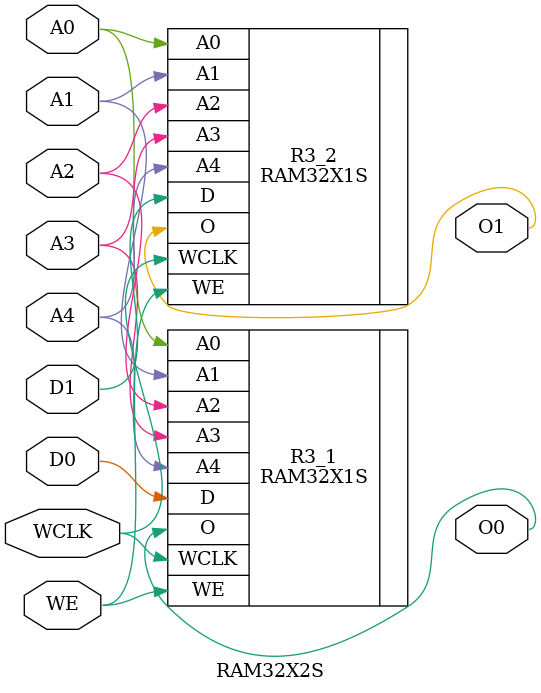
<source format=v>

`timescale  1 ps / 1 ps

module RAM32X2S (O0, O1, A0, A1, A2, A3, A4, D0, D1, WCLK, WE);

    parameter [31:0] INIT_00 = 32'h00000000;
    parameter [31:0] INIT_01 = 32'h00000000;
    parameter [0:0] IS_WCLK_INVERTED = 1'b0;

    output O0, O1;

    input  A0, A1, A2, A3, A4, D0, D1, WCLK, WE;

    RAM32X1S #(.INIT(INIT_00), .IS_WCLK_INVERTED(IS_WCLK_INVERTED)) R3_1 (
	       .O (O0),
	       .A0 (A0),
	       .A1 (A1),
	       .A2 (A2),
	       .A3 (A3),
	       .A4 (A4),
	       .D (D0),
	       .WCLK (WCLK),
	       .WE (WE));

    RAM32X1S #(.INIT(INIT_01), .IS_WCLK_INVERTED(IS_WCLK_INVERTED)) R3_2 (
	       .O (O1),
	       .A0 (A0),
	       .A1 (A1),
	       .A2 (A2),
	       .A3 (A3),
	       .A4 (A4),
	       .D (D1),
	       .WCLK (WCLK),
	       .WE (WE));

endmodule

</source>
